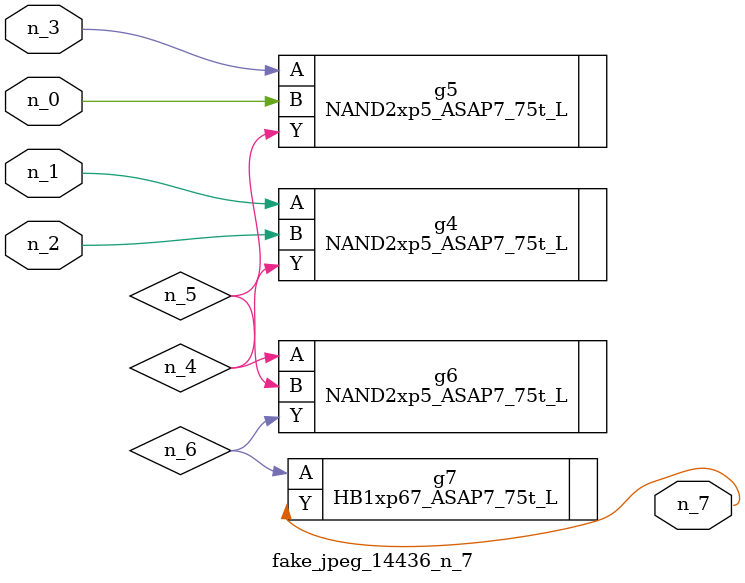
<source format=v>
module fake_jpeg_14436_n_7 (n_0, n_3, n_2, n_1, n_7);

input n_0;
input n_3;
input n_2;
input n_1;

output n_7;

wire n_4;
wire n_6;
wire n_5;

NAND2xp5_ASAP7_75t_L g4 ( 
.A(n_1),
.B(n_2),
.Y(n_4)
);

NAND2xp5_ASAP7_75t_L g5 ( 
.A(n_3),
.B(n_0),
.Y(n_5)
);

NAND2xp5_ASAP7_75t_L g6 ( 
.A(n_4),
.B(n_5),
.Y(n_6)
);

HB1xp67_ASAP7_75t_L g7 ( 
.A(n_6),
.Y(n_7)
);


endmodule
</source>
